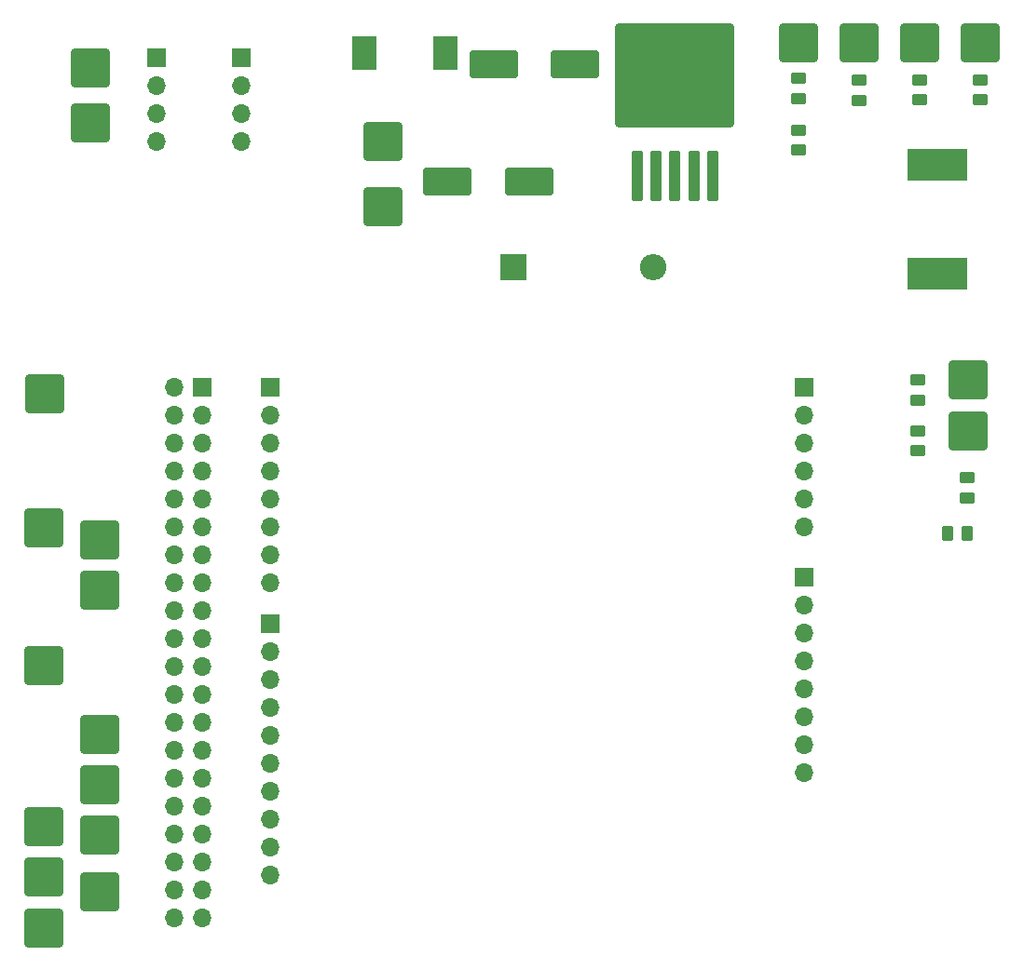
<source format=gbr>
%TF.GenerationSoftware,KiCad,Pcbnew,8.0.2*%
%TF.CreationDate,2024-06-28T22:02:35+02:00*%
%TF.ProjectId,Leiterkarte,4c656974-6572-46b6-9172-74652e6b6963,rev?*%
%TF.SameCoordinates,Original*%
%TF.FileFunction,Soldermask,Top*%
%TF.FilePolarity,Negative*%
%FSLAX46Y46*%
G04 Gerber Fmt 4.6, Leading zero omitted, Abs format (unit mm)*
G04 Created by KiCad (PCBNEW 8.0.2) date 2024-06-28 22:02:35*
%MOMM*%
%LPD*%
G01*
G04 APERTURE LIST*
G04 Aperture macros list*
%AMRoundRect*
0 Rectangle with rounded corners*
0 $1 Rounding radius*
0 $2 $3 $4 $5 $6 $7 $8 $9 X,Y pos of 4 corners*
0 Add a 4 corners polygon primitive as box body*
4,1,4,$2,$3,$4,$5,$6,$7,$8,$9,$2,$3,0*
0 Add four circle primitives for the rounded corners*
1,1,$1+$1,$2,$3*
1,1,$1+$1,$4,$5*
1,1,$1+$1,$6,$7*
1,1,$1+$1,$8,$9*
0 Add four rect primitives between the rounded corners*
20,1,$1+$1,$2,$3,$4,$5,0*
20,1,$1+$1,$4,$5,$6,$7,0*
20,1,$1+$1,$6,$7,$8,$9,0*
20,1,$1+$1,$8,$9,$2,$3,0*%
G04 Aperture macros list end*
%ADD10R,2.300000X3.100000*%
%ADD11R,2.400000X2.400000*%
%ADD12O,2.400000X2.400000*%
%ADD13R,5.400000X2.900000*%
%ADD14RoundRect,0.250000X-1.950000X-1.000000X1.950000X-1.000000X1.950000X1.000000X-1.950000X1.000000X0*%
%ADD15RoundRect,0.250002X-1.499998X-1.499998X1.499998X-1.499998X1.499998X1.499998X-1.499998X1.499998X0*%
%ADD16RoundRect,0.250002X1.499998X1.499998X-1.499998X1.499998X-1.499998X-1.499998X1.499998X-1.499998X0*%
%ADD17RoundRect,0.250000X0.450000X-0.262500X0.450000X0.262500X-0.450000X0.262500X-0.450000X-0.262500X0*%
%ADD18RoundRect,0.250000X-0.450000X0.262500X-0.450000X-0.262500X0.450000X-0.262500X0.450000X0.262500X0*%
%ADD19O,1.700000X1.700000*%
%ADD20R,1.700000X1.700000*%
%ADD21RoundRect,0.250000X0.262500X0.450000X-0.262500X0.450000X-0.262500X-0.450000X0.262500X-0.450000X0*%
%ADD22RoundRect,0.250000X0.300000X-2.050000X0.300000X2.050000X-0.300000X2.050000X-0.300000X-2.050000X0*%
%ADD23RoundRect,0.250002X5.149998X-4.449998X5.149998X4.449998X-5.149998X4.449998X-5.149998X-4.449998X0*%
G04 APERTURE END LIST*
D10*
%TO.C,F2*%
X126300000Y-63775000D03*
X133700000Y-63775000D03*
%TD*%
D11*
%TO.C,D2*%
X139850000Y-83200000D03*
D12*
X152550000Y-83200000D03*
%TD*%
D13*
%TO.C,L1*%
X178400000Y-73900000D03*
X178400000Y-83800000D03*
%TD*%
D14*
%TO.C,C2*%
X141300000Y-75400000D03*
X133900000Y-75400000D03*
%TD*%
%TO.C,C1*%
X138100000Y-64800000D03*
X145500000Y-64800000D03*
%TD*%
D15*
%TO.C,RBLINK_1*%
X181200000Y-98100000D03*
%TD*%
%TO.C,VIN1*%
X128000000Y-71800000D03*
%TD*%
%TO.C,GND1*%
X128000000Y-77700000D03*
%TD*%
%TO.C,J27*%
X97200000Y-143300000D03*
%TD*%
%TO.C,J26*%
X97200000Y-138700000D03*
%TD*%
%TO.C,J25*%
X97200000Y-134100000D03*
%TD*%
%TO.C,J24*%
X97200000Y-119500000D03*
%TD*%
%TO.C,J23*%
X97200000Y-106900000D03*
%TD*%
%TO.C,J21*%
X97300000Y-94700000D03*
%TD*%
%TO.C,J20*%
X102300000Y-140000000D03*
%TD*%
%TO.C,J19*%
X102300000Y-134900000D03*
%TD*%
%TO.C,J18*%
X102300000Y-130300000D03*
%TD*%
%TO.C,J17*%
X102300000Y-125700000D03*
%TD*%
%TO.C,J16*%
X102300000Y-112600000D03*
%TD*%
%TO.C,J15*%
X102300000Y-108000000D03*
%TD*%
%TO.C,RPM_1*%
X165800000Y-62800000D03*
%TD*%
%TO.C,FUEL_1*%
X171300000Y-62800000D03*
%TD*%
%TO.C,OIL_1*%
X176800000Y-62800000D03*
%TD*%
%TO.C,TEMP_1*%
X182300000Y-62800000D03*
%TD*%
%TO.C,LBLINK_1*%
X181170000Y-93500000D03*
%TD*%
%TO.C,SPEED-_1*%
X101470000Y-65090000D03*
%TD*%
D16*
%TO.C,SPEED+_1*%
X101450000Y-70070000D03*
%TD*%
D17*
%TO.C,R5*%
X182280000Y-66177500D03*
X182280000Y-68002500D03*
%TD*%
%TO.C,R4*%
X176780000Y-66197500D03*
X176780000Y-68022500D03*
%TD*%
%TO.C,R3*%
X171270000Y-66207500D03*
X171270000Y-68032500D03*
%TD*%
D18*
%TO.C,R7*%
X181160000Y-104185000D03*
X181160000Y-102360000D03*
%TD*%
%TO.C,R6*%
X176610000Y-95295000D03*
X176610000Y-93470000D03*
%TD*%
D19*
%TO.C,J12*%
X115170000Y-71795000D03*
X115170000Y-69255000D03*
X115170000Y-66715000D03*
D20*
X115170000Y-64175000D03*
%TD*%
D21*
%TO.C,R9*%
X179335000Y-107460000D03*
X181160000Y-107460000D03*
%TD*%
D22*
%TO.C,U1*%
X157970000Y-74925000D03*
X156270000Y-74925000D03*
D23*
X154570000Y-65775000D03*
D22*
X154570000Y-74925000D03*
X152870000Y-74925000D03*
X151170000Y-74925000D03*
%TD*%
D18*
%TO.C,R1*%
X165770000Y-67900000D03*
X165770000Y-66075000D03*
%TD*%
%TO.C,R2*%
X165770000Y-72600000D03*
X165770000Y-70775000D03*
%TD*%
%TO.C,R8*%
X176620000Y-99935000D03*
X176620000Y-98110000D03*
%TD*%
D20*
%TO.C,J5*%
X111570000Y-94175000D03*
D19*
X109030000Y-94175000D03*
X111570000Y-96715000D03*
X109030000Y-96715000D03*
X111570000Y-99255000D03*
X109030000Y-99255000D03*
X111570000Y-101795000D03*
X109030000Y-101795000D03*
X111570000Y-104335000D03*
X109030000Y-104335000D03*
X111570000Y-106875000D03*
X109030000Y-106875000D03*
X111570000Y-109415000D03*
X109030000Y-109415000D03*
X111570000Y-111955000D03*
X109030000Y-111955000D03*
X111570000Y-114495000D03*
X109030000Y-114495000D03*
X111570000Y-117035000D03*
X109030000Y-117035000D03*
X111570000Y-119575000D03*
X109030000Y-119575000D03*
X111570000Y-122115000D03*
X109030000Y-122115000D03*
X111570000Y-124655000D03*
X109030000Y-124655000D03*
X111570000Y-127195000D03*
X109030000Y-127195000D03*
X111570000Y-129735000D03*
X109030000Y-129735000D03*
X111570000Y-132275000D03*
X109030000Y-132275000D03*
X111570000Y-134815000D03*
X109030000Y-134815000D03*
X111570000Y-137355000D03*
X109030000Y-137355000D03*
X111570000Y-139895000D03*
X109030000Y-139895000D03*
X111570000Y-142435000D03*
X109030000Y-142435000D03*
%TD*%
%TO.C,J3*%
X166320000Y-129205000D03*
X166320000Y-126665000D03*
X166320000Y-124125000D03*
X166320000Y-121585000D03*
X166320000Y-119045000D03*
X166320000Y-116505000D03*
X166320000Y-113965000D03*
D20*
X166320000Y-111425000D03*
%TD*%
D19*
%TO.C,J2*%
X117820000Y-111955000D03*
X117820000Y-109415000D03*
X117820000Y-106875000D03*
X117820000Y-104335000D03*
X117820000Y-101795000D03*
X117820000Y-99255000D03*
X117820000Y-96715000D03*
D20*
X117820000Y-94175000D03*
%TD*%
D19*
%TO.C,J4*%
X166320000Y-106875000D03*
X166320000Y-104335000D03*
X166320000Y-101795000D03*
X166320000Y-99255000D03*
X166320000Y-96715000D03*
D20*
X166320000Y-94175000D03*
%TD*%
D19*
%TO.C,J1*%
X117820000Y-138535000D03*
X117820000Y-135995000D03*
X117820000Y-133455000D03*
X117820000Y-130915000D03*
X117820000Y-128375000D03*
X117820000Y-125835000D03*
X117820000Y-123295000D03*
X117820000Y-120755000D03*
X117820000Y-118215000D03*
D20*
X117820000Y-115675000D03*
%TD*%
D19*
%TO.C,J11*%
X107420000Y-71795000D03*
X107420000Y-69255000D03*
X107420000Y-66715000D03*
D20*
X107420000Y-64175000D03*
%TD*%
M02*

</source>
